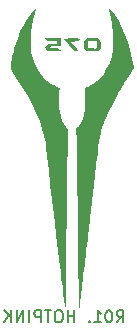
<source format=gbr>
%TF.GenerationSoftware,KiCad,Pcbnew,9.0.6-1.fc42*%
%TF.CreationDate,2025-12-19T16:16:41-05:00*%
%TF.ProjectId,HALOW-USB,48414c4f-572d-4555-9342-2e6b69636164,rev?*%
%TF.SameCoordinates,Original*%
%TF.FileFunction,Legend,Bot*%
%TF.FilePolarity,Positive*%
%FSLAX46Y46*%
G04 Gerber Fmt 4.6, Leading zero omitted, Abs format (unit mm)*
G04 Created by KiCad (PCBNEW 9.0.6-1.fc42) date 2025-12-19 16:16:41*
%MOMM*%
%LPD*%
G01*
G04 APERTURE LIST*
%ADD10C,0.150000*%
%ADD11C,0.000000*%
G04 APERTURE END LIST*
D10*
X127091792Y-108769819D02*
X127425125Y-108293628D01*
X127663220Y-108769819D02*
X127663220Y-107769819D01*
X127663220Y-107769819D02*
X127282268Y-107769819D01*
X127282268Y-107769819D02*
X127187030Y-107817438D01*
X127187030Y-107817438D02*
X127139411Y-107865057D01*
X127139411Y-107865057D02*
X127091792Y-107960295D01*
X127091792Y-107960295D02*
X127091792Y-108103152D01*
X127091792Y-108103152D02*
X127139411Y-108198390D01*
X127139411Y-108198390D02*
X127187030Y-108246009D01*
X127187030Y-108246009D02*
X127282268Y-108293628D01*
X127282268Y-108293628D02*
X127663220Y-108293628D01*
X126472744Y-107769819D02*
X126377506Y-107769819D01*
X126377506Y-107769819D02*
X126282268Y-107817438D01*
X126282268Y-107817438D02*
X126234649Y-107865057D01*
X126234649Y-107865057D02*
X126187030Y-107960295D01*
X126187030Y-107960295D02*
X126139411Y-108150771D01*
X126139411Y-108150771D02*
X126139411Y-108388866D01*
X126139411Y-108388866D02*
X126187030Y-108579342D01*
X126187030Y-108579342D02*
X126234649Y-108674580D01*
X126234649Y-108674580D02*
X126282268Y-108722200D01*
X126282268Y-108722200D02*
X126377506Y-108769819D01*
X126377506Y-108769819D02*
X126472744Y-108769819D01*
X126472744Y-108769819D02*
X126567982Y-108722200D01*
X126567982Y-108722200D02*
X126615601Y-108674580D01*
X126615601Y-108674580D02*
X126663220Y-108579342D01*
X126663220Y-108579342D02*
X126710839Y-108388866D01*
X126710839Y-108388866D02*
X126710839Y-108150771D01*
X126710839Y-108150771D02*
X126663220Y-107960295D01*
X126663220Y-107960295D02*
X126615601Y-107865057D01*
X126615601Y-107865057D02*
X126567982Y-107817438D01*
X126567982Y-107817438D02*
X126472744Y-107769819D01*
X125187030Y-108769819D02*
X125758458Y-108769819D01*
X125472744Y-108769819D02*
X125472744Y-107769819D01*
X125472744Y-107769819D02*
X125567982Y-107912676D01*
X125567982Y-107912676D02*
X125663220Y-108007914D01*
X125663220Y-108007914D02*
X125758458Y-108055533D01*
X124758458Y-108674580D02*
X124710839Y-108722200D01*
X124710839Y-108722200D02*
X124758458Y-108769819D01*
X124758458Y-108769819D02*
X124806077Y-108722200D01*
X124806077Y-108722200D02*
X124758458Y-108674580D01*
X124758458Y-108674580D02*
X124758458Y-108769819D01*
X123520363Y-108769819D02*
X123520363Y-107769819D01*
X123520363Y-108246009D02*
X122948935Y-108246009D01*
X122948935Y-108769819D02*
X122948935Y-107769819D01*
X122282268Y-107769819D02*
X122091792Y-107769819D01*
X122091792Y-107769819D02*
X121996554Y-107817438D01*
X121996554Y-107817438D02*
X121901316Y-107912676D01*
X121901316Y-107912676D02*
X121853697Y-108103152D01*
X121853697Y-108103152D02*
X121853697Y-108436485D01*
X121853697Y-108436485D02*
X121901316Y-108626961D01*
X121901316Y-108626961D02*
X121996554Y-108722200D01*
X121996554Y-108722200D02*
X122091792Y-108769819D01*
X122091792Y-108769819D02*
X122282268Y-108769819D01*
X122282268Y-108769819D02*
X122377506Y-108722200D01*
X122377506Y-108722200D02*
X122472744Y-108626961D01*
X122472744Y-108626961D02*
X122520363Y-108436485D01*
X122520363Y-108436485D02*
X122520363Y-108103152D01*
X122520363Y-108103152D02*
X122472744Y-107912676D01*
X122472744Y-107912676D02*
X122377506Y-107817438D01*
X122377506Y-107817438D02*
X122282268Y-107769819D01*
X121567982Y-107769819D02*
X120996554Y-107769819D01*
X121282268Y-108769819D02*
X121282268Y-107769819D01*
X120663220Y-108769819D02*
X120663220Y-107769819D01*
X120663220Y-107769819D02*
X120282268Y-107769819D01*
X120282268Y-107769819D02*
X120187030Y-107817438D01*
X120187030Y-107817438D02*
X120139411Y-107865057D01*
X120139411Y-107865057D02*
X120091792Y-107960295D01*
X120091792Y-107960295D02*
X120091792Y-108103152D01*
X120091792Y-108103152D02*
X120139411Y-108198390D01*
X120139411Y-108198390D02*
X120187030Y-108246009D01*
X120187030Y-108246009D02*
X120282268Y-108293628D01*
X120282268Y-108293628D02*
X120663220Y-108293628D01*
X119663220Y-108769819D02*
X119663220Y-107769819D01*
X119187030Y-108769819D02*
X119187030Y-107769819D01*
X119187030Y-107769819D02*
X118615602Y-108769819D01*
X118615602Y-108769819D02*
X118615602Y-107769819D01*
X118139411Y-108769819D02*
X118139411Y-107769819D01*
X117567983Y-108769819D02*
X117996554Y-108198390D01*
X117567983Y-107769819D02*
X118139411Y-108341247D01*
D11*
%TO.C,G\u002A\u002A\u002A*%
G36*
X120264165Y-82178486D02*
G01*
X120256640Y-82232776D01*
X120234321Y-82341219D01*
X120200133Y-82490305D01*
X120157003Y-82666522D01*
X120154018Y-82678405D01*
X120029446Y-83222048D01*
X119940026Y-83728495D01*
X119882863Y-84222652D01*
X119855058Y-84729424D01*
X119853714Y-85273717D01*
X119866932Y-85965224D01*
X120020755Y-86424109D01*
X120135563Y-86741149D01*
X120349906Y-87220579D01*
X120595009Y-87638684D01*
X120874882Y-88000358D01*
X121193533Y-88310495D01*
X121554970Y-88573989D01*
X121963202Y-88795736D01*
X122015005Y-88820006D01*
X122135742Y-88876928D01*
X122222036Y-88918134D01*
X122257884Y-88936007D01*
X122259163Y-88945943D01*
X122257830Y-89014313D01*
X122251789Y-89136570D01*
X122241727Y-89299845D01*
X122228327Y-89491272D01*
X122225707Y-89528050D01*
X122209067Y-90030828D01*
X122228937Y-90505178D01*
X122283880Y-90944540D01*
X122372462Y-91342353D01*
X122493245Y-91692057D01*
X122644795Y-91987092D01*
X122825677Y-92220898D01*
X122970605Y-92370237D01*
X122946117Y-93657629D01*
X122945656Y-93682081D01*
X122941608Y-93912659D01*
X122936788Y-94210975D01*
X122931260Y-94572104D01*
X122925088Y-94991117D01*
X122918336Y-95463087D01*
X122911068Y-95983086D01*
X122903350Y-96546187D01*
X122895244Y-97147463D01*
X122886816Y-97781986D01*
X122878128Y-98444828D01*
X122869247Y-99131063D01*
X122860235Y-99835762D01*
X122851158Y-100553999D01*
X122842078Y-101280845D01*
X122833062Y-102011374D01*
X122824172Y-102740657D01*
X122815472Y-103463768D01*
X122807028Y-104175779D01*
X122798904Y-104871762D01*
X122791163Y-105546791D01*
X122786707Y-105919021D01*
X122781808Y-106288097D01*
X122776807Y-106628074D01*
X122771820Y-106932637D01*
X122766964Y-107195472D01*
X122762357Y-107410265D01*
X122758115Y-107570699D01*
X122754355Y-107670462D01*
X122751195Y-107703239D01*
X122750272Y-107702192D01*
X122747850Y-107697580D01*
X122744969Y-107687839D01*
X122741287Y-107670148D01*
X122736465Y-107641688D01*
X122730163Y-107599639D01*
X122722041Y-107541183D01*
X122711760Y-107463499D01*
X122698979Y-107363769D01*
X122683358Y-107239173D01*
X122664559Y-107086892D01*
X122642240Y-106904105D01*
X122616062Y-106687994D01*
X122585685Y-106435739D01*
X122550769Y-106144522D01*
X122510975Y-105811521D01*
X122465962Y-105433919D01*
X122415390Y-105008895D01*
X122358920Y-104533631D01*
X122296212Y-104005306D01*
X122226926Y-103421101D01*
X122150722Y-102778197D01*
X122067260Y-102073775D01*
X121976201Y-101305015D01*
X121877204Y-100469098D01*
X121769929Y-99563203D01*
X121710446Y-99060795D01*
X121627419Y-98359169D01*
X121552377Y-97724494D01*
X121484911Y-97153255D01*
X121424612Y-96641938D01*
X121371070Y-96187026D01*
X121323878Y-95785004D01*
X121282626Y-95432358D01*
X121246905Y-95125572D01*
X121216306Y-94861131D01*
X121190421Y-94635520D01*
X121168840Y-94445224D01*
X121151155Y-94286727D01*
X121136956Y-94156515D01*
X121125835Y-94051072D01*
X121117383Y-93966883D01*
X121111191Y-93900433D01*
X121074539Y-93587992D01*
X120962596Y-93002030D01*
X120791899Y-92379840D01*
X120563749Y-91724458D01*
X120279447Y-91038919D01*
X119940294Y-90326260D01*
X119547590Y-89589515D01*
X119102638Y-88831722D01*
X118606737Y-88055915D01*
X118118524Y-87321356D01*
X118137269Y-87101443D01*
X118149156Y-86997927D01*
X118177995Y-86809737D01*
X118218240Y-86582581D01*
X118266273Y-86334928D01*
X118318474Y-86085248D01*
X118371226Y-85852009D01*
X118420910Y-85653680D01*
X118487301Y-85416605D01*
X118699684Y-84763203D01*
X118942842Y-84151483D01*
X119212644Y-83591204D01*
X119504959Y-83092126D01*
X119550921Y-83022377D01*
X119681321Y-82833772D01*
X119814325Y-82653000D01*
X119942650Y-82488873D01*
X120059008Y-82350199D01*
X120156114Y-82245788D01*
X120226683Y-82184451D01*
X120263428Y-82174996D01*
X120264165Y-82178486D01*
G37*
G36*
X126432811Y-82186624D02*
G01*
X126495648Y-82243190D01*
X126577166Y-82327489D01*
X126609879Y-82363569D01*
X126955732Y-82795317D01*
X127277242Y-83289778D01*
X127571666Y-83840158D01*
X127836261Y-84439663D01*
X128068285Y-85081501D01*
X128264994Y-85758878D01*
X128423647Y-86465000D01*
X128541501Y-87193073D01*
X128532920Y-87248097D01*
X128494310Y-87337280D01*
X128422224Y-87466732D01*
X128313225Y-87642628D01*
X128163876Y-87871140D01*
X128124008Y-87931161D01*
X127958964Y-88180307D01*
X127824389Y-88385382D01*
X127711716Y-88560228D01*
X127612376Y-88718688D01*
X127517800Y-88874604D01*
X127419422Y-89041818D01*
X127308671Y-89234173D01*
X127176980Y-89465512D01*
X127093138Y-89614619D01*
X126750454Y-90257017D01*
X126446675Y-90882515D01*
X126185459Y-91482819D01*
X125970465Y-92049638D01*
X125805351Y-92574678D01*
X125779881Y-92667780D01*
X125732937Y-92848929D01*
X125692199Y-93023964D01*
X125655792Y-93204182D01*
X125621845Y-93400883D01*
X125588484Y-93625366D01*
X125553835Y-93888930D01*
X125516027Y-94202875D01*
X125473186Y-94578499D01*
X125462983Y-94669211D01*
X125427676Y-94979786D01*
X125385945Y-95342931D01*
X125339545Y-95743555D01*
X125290236Y-96166569D01*
X125239772Y-96596882D01*
X125189913Y-97019405D01*
X125142414Y-97419048D01*
X125121373Y-97595419D01*
X125074272Y-97990710D01*
X125026441Y-98392714D01*
X124979454Y-98788181D01*
X124934883Y-99163861D01*
X124894301Y-99506504D01*
X124859280Y-99802861D01*
X124831392Y-100039682D01*
X124820897Y-100128951D01*
X124794104Y-100356379D01*
X124760220Y-100643520D01*
X124720274Y-100981677D01*
X124675295Y-101362154D01*
X124626312Y-101776254D01*
X124574353Y-102215280D01*
X124520446Y-102670535D01*
X124465620Y-103133324D01*
X124410904Y-103594949D01*
X124377892Y-103873498D01*
X124324602Y-104323588D01*
X124272611Y-104763233D01*
X124222837Y-105184641D01*
X124176198Y-105580017D01*
X124133613Y-105941568D01*
X124096000Y-106261501D01*
X124064278Y-106532021D01*
X124039365Y-106745335D01*
X124022180Y-106893651D01*
X123999363Y-107088034D01*
X123975552Y-107282069D01*
X123954899Y-107441264D01*
X123939054Y-107552950D01*
X123929664Y-107604452D01*
X123920495Y-107626478D01*
X123900461Y-107641104D01*
X123899790Y-107637328D01*
X123897066Y-107579116D01*
X123893793Y-107455573D01*
X123890067Y-107272883D01*
X123885985Y-107037230D01*
X123881643Y-106754798D01*
X123877137Y-106431771D01*
X123872565Y-106074331D01*
X123868023Y-105688664D01*
X123863608Y-105280952D01*
X123860245Y-104962537D01*
X123854545Y-104441790D01*
X123848130Y-103874229D01*
X123841187Y-103275635D01*
X123833905Y-102661791D01*
X123826471Y-102048478D01*
X123819074Y-101451480D01*
X123811900Y-100886577D01*
X123805139Y-100369553D01*
X123805032Y-100361538D01*
X123798599Y-99876255D01*
X123791915Y-99368525D01*
X123785134Y-98850314D01*
X123778412Y-98333592D01*
X123771902Y-97830327D01*
X123765760Y-97352487D01*
X123760141Y-96912040D01*
X123755200Y-96520954D01*
X123751090Y-96191198D01*
X123750651Y-96155769D01*
X123745513Y-95760235D01*
X123739698Y-95341936D01*
X123733452Y-94916883D01*
X123727023Y-94501088D01*
X123720657Y-94110560D01*
X123714601Y-93761311D01*
X123709104Y-93469351D01*
X123687018Y-92360202D01*
X123831507Y-92215713D01*
X123905502Y-92133906D01*
X124067818Y-91889510D01*
X124203945Y-91586807D01*
X124312175Y-91233617D01*
X124390794Y-90837758D01*
X124438093Y-90407050D01*
X124452360Y-89949312D01*
X124431884Y-89472361D01*
X124425711Y-89391744D01*
X124413715Y-89212072D01*
X124406368Y-89065182D01*
X124404253Y-88964488D01*
X124407957Y-88923405D01*
X124436163Y-88907227D01*
X124516541Y-88870163D01*
X124627220Y-88823483D01*
X124736336Y-88775640D01*
X125073690Y-88586400D01*
X125406746Y-88340874D01*
X125720912Y-88050700D01*
X126001597Y-87727511D01*
X126090487Y-87601503D01*
X126230460Y-87366732D01*
X126367527Y-87098313D01*
X126490336Y-86819028D01*
X126587533Y-86551659D01*
X126598494Y-86516921D01*
X126660977Y-86305503D01*
X126708701Y-86110939D01*
X126743453Y-85918222D01*
X126767024Y-85712343D01*
X126781202Y-85478294D01*
X126787777Y-85201068D01*
X126788538Y-84865656D01*
X126783808Y-84545915D01*
X126764965Y-84147867D01*
X126729037Y-83775990D01*
X126672949Y-83406951D01*
X126593629Y-83017416D01*
X126488002Y-82584055D01*
X126449510Y-82427561D01*
X126420808Y-82294667D01*
X126406024Y-82204765D01*
X126407854Y-82171717D01*
X126432811Y-82186624D01*
G37*
G36*
X125747331Y-85283439D02*
G01*
X125746418Y-85416278D01*
X125739813Y-85523985D01*
X125721945Y-85596164D01*
X125687256Y-85653349D01*
X125630184Y-85716076D01*
X125513037Y-85836941D01*
X125036330Y-85836941D01*
X124559623Y-85836941D01*
X124438758Y-85719794D01*
X124393371Y-85674258D01*
X124350940Y-85618264D01*
X124328399Y-85552938D01*
X124319474Y-85456958D01*
X124317893Y-85309002D01*
X124318687Y-85184972D01*
X124325669Y-85080589D01*
X124345828Y-85009205D01*
X124355976Y-84993939D01*
X124663793Y-84993939D01*
X124669898Y-85270734D01*
X124670512Y-85296096D01*
X124675514Y-85425643D01*
X124682225Y-85519634D01*
X124689373Y-85559198D01*
X124694662Y-85561617D01*
X124753895Y-85570761D01*
X124860264Y-85579462D01*
X124993728Y-85586910D01*
X125134246Y-85592290D01*
X125261776Y-85594792D01*
X125356277Y-85593603D01*
X125397709Y-85587910D01*
X125399971Y-85583762D01*
X125408865Y-85526233D01*
X125415106Y-85418937D01*
X125417460Y-85281048D01*
X125417460Y-84993939D01*
X125040627Y-84993939D01*
X124663793Y-84993939D01*
X124355976Y-84993939D01*
X124386148Y-84948552D01*
X124453615Y-84876365D01*
X124589336Y-84737374D01*
X125047469Y-84737374D01*
X125505601Y-84737374D01*
X125626466Y-84854520D01*
X125680977Y-84909950D01*
X125718554Y-84964144D01*
X125738340Y-85030977D01*
X125746033Y-85130668D01*
X125747311Y-85281048D01*
X125747331Y-85283439D01*
G37*
G36*
X123685511Y-84743594D02*
G01*
X123837742Y-84745658D01*
X123940336Y-84749598D01*
X123981469Y-84755254D01*
X123983136Y-84762992D01*
X123957477Y-84811534D01*
X123897361Y-84882972D01*
X123876239Y-84904486D01*
X123818801Y-84951840D01*
X123752614Y-84979455D01*
X123656159Y-84993891D01*
X123507919Y-85001709D01*
X123222122Y-85012265D01*
X123514603Y-85360462D01*
X123516907Y-85363205D01*
X123632652Y-85502648D01*
X123732826Y-85626286D01*
X123806781Y-85720782D01*
X123843865Y-85772799D01*
X123855798Y-85797545D01*
X123849338Y-85823259D01*
X123797732Y-85834476D01*
X123686932Y-85836936D01*
X123493218Y-85836932D01*
X123047266Y-85296316D01*
X122601314Y-84755700D01*
X123281623Y-84745709D01*
X123495470Y-84743568D01*
X123685511Y-84743594D01*
G37*
G36*
X122375325Y-85066149D02*
G01*
X122375325Y-85394924D01*
X121908009Y-85405182D01*
X121747978Y-85409107D01*
X121605959Y-85414888D01*
X121515995Y-85423637D01*
X121466311Y-85437459D01*
X121445135Y-85458460D01*
X121440693Y-85488744D01*
X121440709Y-85491471D01*
X121447095Y-85524026D01*
X121474078Y-85545416D01*
X121534834Y-85558625D01*
X121642538Y-85566635D01*
X121810367Y-85572428D01*
X121898720Y-85575000D01*
X122038012Y-85581320D01*
X122130316Y-85593005D01*
X122193423Y-85615019D01*
X122245120Y-85652321D01*
X122303199Y-85709874D01*
X122426357Y-85836941D01*
X121838945Y-85836941D01*
X121251532Y-85836941D01*
X121133085Y-85672006D01*
X121014637Y-85507071D01*
X121133085Y-85342136D01*
X121251532Y-85177200D01*
X121630167Y-85177200D01*
X122008802Y-85177200D01*
X122008802Y-85085570D01*
X122008802Y-84993939D01*
X121631144Y-84993939D01*
X121253485Y-84993939D01*
X121129149Y-84865656D01*
X121004812Y-84737374D01*
X121690069Y-84737374D01*
X122375325Y-84737374D01*
X122375325Y-85066149D01*
G37*
%TD*%
M02*

</source>
